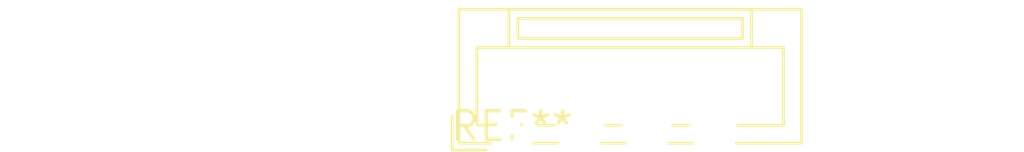
<source format=kicad_pcb>
(kicad_pcb (version 20240108) (generator pcbnew)
  (layers (0 "F.Cu" signal) (31 "B.Cu" signal) (34 "B.Paste" user) (35 "F.Paste" user) (36 "B.SilkS" user "B.Silkscreen") (37 "F.SilkS" user "F.Silkscreen") (38 "B.Mask" user) (39 "F.Mask" user) (44 "Edge.Cuts" user))
  (net 0 "")
  (footprint "JST_ZE_B08B-ZESK-D_1x08_P1.50mm_Vertical" (layer "F.Cu") (at 0 0)
    (property "Reference" "REF**")
    (property "Value" "JST_ZE_B08B-ZESK-D_1x08_P1.50mm_Vertical")
    (fp_line (start -2.66 -0.44) (end -2.66 1.06) (layer "F.SilkS") (stroke (width 0.12)))
    (fp_line (start -2.66 1.06) (end -1.16 1.06) (layer "F.SilkS") (stroke (width 0.12)))
    (fp_line (start -2.36 -5.21) (end 12.86 -5.21) (layer "F.SilkS") (stroke (width 0.12)))
    (fp_line (start -2.36 0.76) (end -2.36 -5.21) (layer "F.SilkS") (stroke (width 0.12)))
    (fp_line (start -1.56 -3.51) (end -1.56 -0.04) (layer "F.SilkS") (stroke (width 0.12)))
    (fp_line (start -1.56 -0.04) (end -1 -0.04) (layer "F.SilkS") (stroke (width 0.12)))
    (fp_line (start -0.96 0.76) (end -2.36 0.76) (layer "F.SilkS") (stroke (width 0.12)))
    (fp_line (start -0.14 -5.21) (end -0.14 -3.51) (layer "F.SilkS") (stroke (width 0.12)))
    (fp_line (start -0.14 -3.51) (end -1.56 -3.51) (layer "F.SilkS") (stroke (width 0.12)))
    (fp_line (start -0.14 -3.51) (end 10.64 -3.51) (layer "F.SilkS") (stroke (width 0.12)))
    (fp_line (start 0.26 -4.81) (end 0.26 -3.91) (layer "F.SilkS") (stroke (width 0.12)))
    (fp_line (start 0.26 -3.91) (end 10.24 -3.91) (layer "F.SilkS") (stroke (width 0.12)))
    (fp_line (start 0.96 0.76) (end 2.04 0.76) (layer "F.SilkS") (stroke (width 0.12)))
    (fp_line (start 1.135 -0.04) (end 1.865 -0.04) (layer "F.SilkS") (stroke (width 0.12)))
    (fp_line (start 3.96 0.76) (end 5.04 0.76) (layer "F.SilkS") (stroke (width 0.12)))
    (fp_line (start 4.135 -0.04) (end 4.865 -0.04) (layer "F.SilkS") (stroke (width 0.12)))
    (fp_line (start 6.96 0.76) (end 8.04 0.76) (layer "F.SilkS") (stroke (width 0.12)))
    (fp_line (start 7.135 -0.04) (end 7.865 -0.04) (layer "F.SilkS") (stroke (width 0.12)))
    (fp_line (start 10.24 -4.81) (end 0.26 -4.81) (layer "F.SilkS") (stroke (width 0.12)))
    (fp_line (start 10.24 -3.91) (end 10.24 -4.81) (layer "F.SilkS") (stroke (width 0.12)))
    (fp_line (start 10.64 -5.21) (end -0.14 -5.21) (layer "F.SilkS") (stroke (width 0.12)))
    (fp_line (start 10.64 -3.51) (end 10.64 -5.21) (layer "F.SilkS") (stroke (width 0.12)))
    (fp_line (start 10.64 -3.51) (end 12.06 -3.51) (layer "F.SilkS") (stroke (width 0.12)))
    (fp_line (start 12.06 -3.51) (end 12.06 -0.04) (layer "F.SilkS") (stroke (width 0.12)))
    (fp_line (start 12.06 -0.04) (end 10 -0.04) (layer "F.SilkS") (stroke (width 0.12)))
    (fp_line (start 12.86 -5.21) (end 12.86 0.76) (layer "F.SilkS") (stroke (width 0.12)))
    (fp_line (start 12.86 0.76) (end 9.96 0.76) (layer "F.SilkS") (stroke (width 0.12)))
    (pad "1" thru_hole custom (at 0 0) (size 1.117157 1.117157) (drill 0.75) (layers *.Cu *.Mask) (remove_unused_layers) (options (clearance outline) (anchor circle)) (primitives (gr_poly (pts (xy 0.45 -0.225) (xy 0.45 0.625) (xy -0.45 0.625) (xy -0.45 -0.625) (xy 0.05 -0.625)) (width 0.5) (fill yes))))
    (pad "2" thru_hole oval (at 1.5 -2) (size 1.4 1.75) (drill 0.75) (layers *.Cu *.Mask) (remove_unused_layers))
    (pad "3" thru_hole oval (at 3 0) (size 1.4 1.75) (drill 0.75) (layers *.Cu *.Mask) (remove_unused_layers))
    (pad "4" thru_hole oval (at 4.5 -2) (size 1.4 1.75) (drill 0.75) (layers *.Cu *.Mask) (remove_unused_layers))
    (pad "5" thru_hole oval (at 6 0) (size 1.4 1.75) (drill 0.75) (layers *.Cu *.Mask) (remove_unused_layers))
    (pad "6" thru_hole oval (at 7.5 -2) (size 1.4 1.75) (drill 0.75) (layers *.Cu *.Mask) (remove_unused_layers))
    (pad "7" thru_hole oval (at 9 0) (size 1.4 1.75) (drill 0.75) (layers *.Cu *.Mask) (remove_unused_layers))
    (pad "8" thru_hole oval (at 10.5 -2) (size 1.4 1.75) (drill 0.75) (layers *.Cu *.Mask) (remove_unused_layers))
  )
)
</source>
